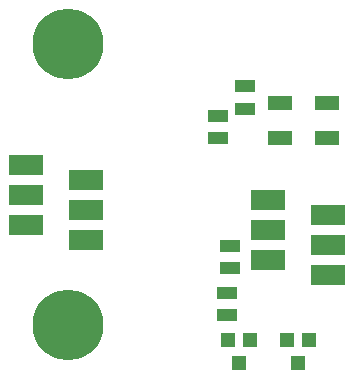
<source format=gbs>
G04 #@! TF.GenerationSoftware,KiCad,Pcbnew,(5.99.0-492-g30da2b31e)*
G04 #@! TF.CreationDate,2019-12-11T09:50:33+01:00*
G04 #@! TF.ProjectId,LED_Panel_Hex,4c45445f-5061-46e6-956c-5f4865782e6b,rev?*
G04 #@! TF.SameCoordinates,Original*
G04 #@! TF.FileFunction,Soldermask,Bot*
G04 #@! TF.FilePolarity,Negative*
%FSLAX46Y46*%
G04 Gerber Fmt 4.6, Leading zero omitted, Abs format (unit mm)*
G04 Created by KiCad (PCBNEW (5.99.0-492-g30da2b31e)) date 2019-12-11 09:50:33*
%MOMM*%
%LPD*%
G04 APERTURE LIST*
%ADD10R,1.700000X1.100000*%
%ADD11R,2.940000X1.670000*%
%ADD12C,6.000000*%
%ADD13R,1.200000X1.300000*%
%ADD14R,2.100000X1.300000*%
G04 APERTURE END LIST*
D10*
X126250000Y-100450000D03*
X126250000Y-98550000D03*
X126500000Y-96450000D03*
X126500000Y-94550000D03*
X125500000Y-83550000D03*
X125500000Y-85450000D03*
X127750000Y-82950000D03*
X127750000Y-81050000D03*
D11*
X129710000Y-90690000D03*
X134790000Y-91960000D03*
X129710000Y-93230000D03*
X134790000Y-94500000D03*
X129710000Y-95770000D03*
X134790000Y-97040000D03*
X109210000Y-87690000D03*
X114290000Y-88960000D03*
X109210000Y-90230000D03*
X114290000Y-91500000D03*
X109210000Y-92770000D03*
X114290000Y-94040000D03*
D12*
X112750000Y-77500000D03*
X112750000Y-101250000D03*
D13*
X131300000Y-102500000D03*
X133200000Y-102500000D03*
X132250000Y-104500000D03*
X126300000Y-102500000D03*
X128200000Y-102500000D03*
X127250000Y-104500000D03*
D14*
X134750000Y-85400000D03*
X134750000Y-82500000D03*
X130750000Y-85400000D03*
X130750000Y-82500000D03*
M02*

</source>
